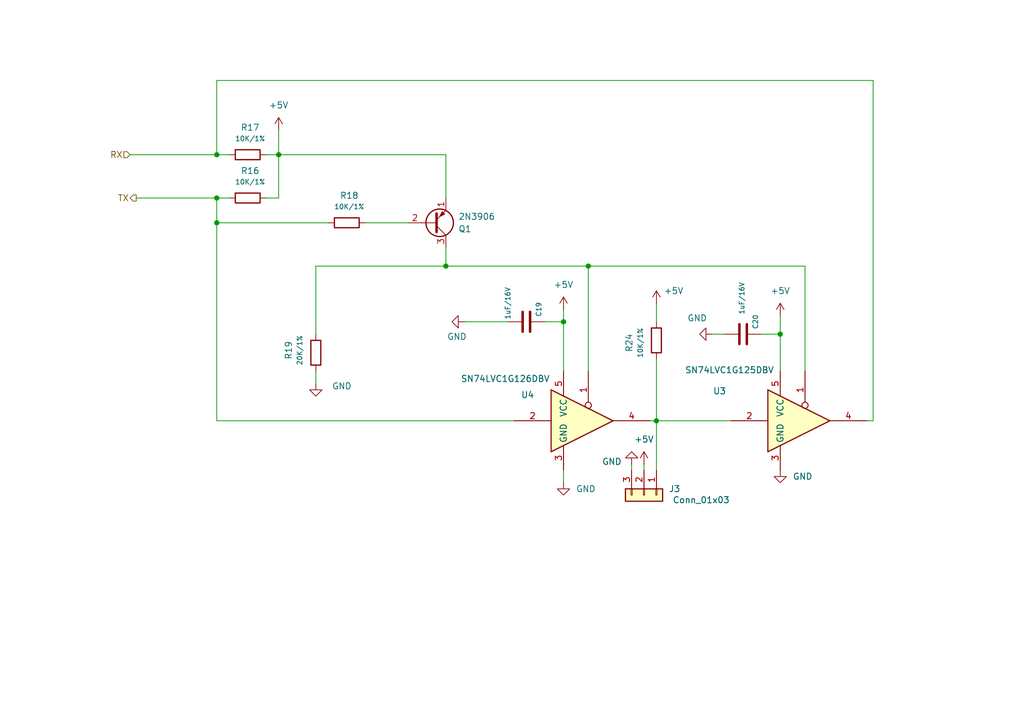
<source format=kicad_sch>
(kicad_sch (version 20250114) (generator "eeschema") (generator_version "9.0")
  (paper "A5")
  (lib_symbols
    (symbol "74xGxx:SN74LVC1G125DBV"
      (property "Reference" "U" (at -10.16 7.62 0))
      (property "Value" "SN74LVC1G125DBV" (at 2.54 -7.62 0))
      (symbol "SN74LVC1G125DBV_0_1"
        (polyline (pts (xy -7.62 6.35) (xy -7.62 -6.35) (xy 5.08 0) (xy -7.62 6.35)) (stroke (width 0.254)) (fill (type background)))
      )
      (symbol "SN74LVC1G125DBV_1_1"
        (pin input line (at -15.24 0 0) (length 7.62) (name "~") (number "2"))
        (pin power_in line (at -5.08 10.16 270) (length 5.08) (name "VCC") (number "5"))
        (pin power_in line (at -5.08 -10.16 90) (length 5.08) (name "GND") (number "3"))
        (pin input inverted (at 0 10.16 270) (length 7.62) (name "~") (number "1"))
        (pin tri_state line (at 12.7 0 180) (length 7.62) (name "~") (number "4"))
      )
    )
    (symbol "Connector_Generic:Conn_01x03" (pin_names (offset 1.016) (hide yes))
      (property "Reference" "J" (at 0 5.08 0))
      (property "Value" "Conn_01x03" (at 0 -5.08 0))
      (symbol "Conn_01x03_1_1"
        (rectangle (start -1.27 3.81) (end 1.27 -3.81) (stroke (width 0.254)) (fill (type background)))
        (rectangle (start -1.27 2.667) (end 0 2.413) (stroke (width 0.1524)))
        (rectangle (start -1.27 0.127) (end 0 -0.127) (stroke (width 0.1524)))
        (rectangle (start -1.27 -2.413) (end 0 -2.667) (stroke (width 0.1524)))
        (pin passive line (at -5.08 2.54 0) (length 3.81) (name "Pin_1") (number "1"))
        (pin passive line (at -5.08 0 0) (length 3.81) (name "Pin_2") (number "2"))
        (pin passive line (at -5.08 -2.54 0) (length 3.81) (name "Pin_3") (number "3"))
      )
    )
    (symbol "Device:C" (pin_numbers (hide yes)) (pin_names (offset 0.254))
      (property "Reference" "C" (at 0.635 2.54 0))
      (property "Value" "C" (at 0.635 -2.54 0))
      (symbol "C_0_1"
        (polyline (pts (xy -2.032 0.762) (xy 2.032 0.762)) (stroke (width 0.508)))
        (polyline (pts (xy -2.032 -0.762) (xy 2.032 -0.762)) (stroke (width 0.508)))
      )
      (symbol "C_1_1"
        (pin passive line (at 0 3.81 270) (length 2.794) (name "~") (number "1"))
        (pin passive line (at 0 -3.81 90) (length 2.794) (name "~") (number "2"))
      )
    )
    (symbol "Device:R" (pin_numbers (hide yes)) (pin_names (offset 0))
      (property "Reference" "R" (at 2.032 0 90))
      (property "Value" "R" (at 0 0 90))
      (symbol "R_0_1"
        (rectangle (start -1.016 -2.54) (end 1.016 2.54) (stroke (width 0.254)))
      )
      (symbol "R_1_1"
        (pin passive line (at 0 3.81 270) (length 1.27) (name "~") (number "1"))
        (pin passive line (at 0 -3.81 90) (length 1.27) (name "~") (number "2"))
      )
    )
    (symbol "Transistor_BJT:2N3906" (pin_names (offset 0) (hide yes))
      (property "Reference" "Q" (at 5.08 1.905 0))
      (property "Value" "2N3906" (at 5.08 0 0))
      (symbol "2N3906_0_1"
        (polyline (pts (xy -2.54 0) (xy 0.635 0)))
        (polyline (pts (xy 0.635 1.905) (xy 0.635 -1.905)) (stroke (width 0.508)))
        (polyline (pts (xy 0.635 0.635) (xy 2.54 2.54)))
        (polyline (pts (xy 0.635 -0.635) (xy 2.54 -2.54)))
        (circle (center 1.27 0) (radius 2.8194) (stroke (width 0.254)))
        (polyline (pts (xy 2.286 -1.778) (xy 1.778 -2.286) (xy 1.27 -1.27) (xy 2.286 -1.778)) (fill (type outline)))
      )
      (symbol "2N3906_1_1"
        (pin input line (at -5.08 0 0) (length 2.54) (name "B") (number "2"))
        (pin passive line (at 2.54 5.08 270) (length 2.54) (name "C") (number "3"))
        (pin passive line (at 2.54 -5.08 90) (length 2.54) (name "E") (number "1"))
      )
    )
    (symbol "power:+5V" (power) (pin_numbers (hide yes)) (pin_names (offset 0) (hide yes))
      (property "Value" "+5V" (at 0 3.556 0))
      (symbol "+5V_0_1"
        (polyline (pts (xy -0.762 1.27) (xy 0 2.54)))
        (polyline (pts (xy 0 2.54) (xy 0.762 1.27)))
        (polyline (pts (xy 0 0) (xy 0 2.54)))
      )
      (symbol "+5V_1_1"
        (pin power_in line (at 0 0 90) (length 0) (name "~") (number "1"))
      )
    )
    (symbol "power:GND" (power) (pin_numbers (hide yes)) (pin_names (offset 0) (hide yes))
      (property "Value" "GND" (at 0 -3.81 0))
      (symbol "GND_0_1"
        (polyline (pts (xy 0 0) (xy 0 -1.27) (xy 1.27 -1.27) (xy 0 -2.54) (xy -1.27 -1.27) (xy 0 -1.27)))
      )
      (symbol "GND_1_1"
        (pin power_in line (at 0 0 270) (length 0) (name "~") (number "1"))
      )
    )
  )
  (junction (at 134.62 86.36))
  (junction (at 57.15 31.75))
  (junction (at 91.44 54.61))
  (junction (at 44.45 40.64))
  (junction (at 115.57 66.04))
  (junction (at 44.45 31.75))
  (junction (at 160.02 68.58))
  (junction (at 120.65 54.61))
  (junction (at 44.45 45.72))
  (wire (pts (xy 44.45 40.64) (xy 44.45 45.72)))
  (wire (pts (xy 160.02 68.58) (xy 160.02 76.2)))
  (wire (pts (xy 179.07 16.51) (xy 179.07 86.36)))
  (wire (pts (xy 120.65 54.61) (xy 165.1 54.61)))
  (wire (pts (xy 115.57 63.5) (xy 115.57 66.04)))
  (wire (pts (xy 57.15 31.75) (xy 91.44 31.75)))
  (wire (pts (xy 54.61 40.64) (xy 57.15 40.64)))
  (wire (pts (xy 134.62 66.04) (xy 134.62 62.23)))
  (wire (pts (xy 44.45 45.72) (xy 44.45 86.36)))
  (wire (pts (xy 165.1 76.2) (xy 165.1 54.61)))
  (wire (pts (xy 115.57 66.04) (xy 115.57 76.2)))
  (wire (pts (xy 91.44 40.64) (xy 91.44 31.75)))
  (wire (pts (xy 57.15 31.75) (xy 57.15 40.64)))
  (wire (pts (xy 133.35 86.36) (xy 134.62 86.36)))
  (wire (pts (xy 115.57 99.06) (xy 115.57 96.52)))
  (wire (pts (xy 91.44 50.8) (xy 91.44 54.61)))
  (wire (pts (xy 148.59 68.58) (xy 146.05 68.58)))
  (wire (pts (xy 111.76 66.04) (xy 115.57 66.04)))
  (wire (pts (xy 27.94 40.64) (xy 44.45 40.64)))
  (wire (pts (xy 129.54 95.25) (xy 129.54 96.52)))
  (wire (pts (xy 120.65 54.61) (xy 120.65 76.2)))
  (wire (pts (xy 91.44 54.61) (xy 120.65 54.61)))
  (wire (pts (xy 105.41 86.36) (xy 44.45 86.36)))
  (wire (pts (xy 44.45 40.64) (xy 46.99 40.64)))
  (wire (pts (xy 134.62 86.36) (xy 134.62 96.52)))
  (wire (pts (xy 57.15 26.67) (xy 57.15 31.75)))
  (wire (pts (xy 26.67 31.75) (xy 44.45 31.75)))
  (wire (pts (xy 74.93 45.72) (xy 83.82 45.72)))
  (wire (pts (xy 134.62 86.36) (xy 149.86 86.36)))
  (wire (pts (xy 67.31 45.72) (xy 44.45 45.72)))
  (wire (pts (xy 179.07 16.51) (xy 44.45 16.51)))
  (wire (pts (xy 64.77 54.61) (xy 64.77 68.58)))
  (wire (pts (xy 132.08 95.25) (xy 132.08 96.52)))
  (wire (pts (xy 57.15 31.75) (xy 54.61 31.75)))
  (wire (pts (xy 156.21 68.58) (xy 160.02 68.58)))
  (wire (pts (xy 44.45 16.51) (xy 44.45 31.75)))
  (wire (pts (xy 64.77 54.61) (xy 91.44 54.61)))
  (wire (pts (xy 179.07 86.36) (xy 177.8 86.36)))
  (wire (pts (xy 95.25 66.04) (xy 104.14 66.04)))
  (wire (pts (xy 134.62 73.66) (xy 134.62 86.36)))
  (wire (pts (xy 44.45 31.75) (xy 46.99 31.75)))
  (wire (pts (xy 64.77 76.2) (xy 64.77 78.74)))
  (wire (pts (xy 160.02 64.77) (xy 160.02 68.58)))
  (hierarchical_label "RX" (shape input) (at 26.67 31.75 180))
  (hierarchical_label "TX" (shape output) (at 27.94 40.64 180))
  (symbol (lib_id "74xGxx:SN74LVC1G125DBV") (at 120.65 86.36 0) (unit 1)
    (property "Reference" "U4" (at 108.204 81.026 0))
    (property "Value" "SN74LVC1G126DBV" (at 103.632 77.724 0))
    (property "Footprint" "Package_TO_SOT_SMD:SOT-23-5" (effects (hide yes)))
    (property "Datasheet" "http://www.ti.com/lit/ds/symlink/sn74lvc1g125.pdf" (effects (hide yes)))
    (property "Description" "Single Buffer Gate Tri-State, Low-Voltage CMOS, SOT-23-5" (effects (hide yes)))
  )
  (symbol (lib_id "power:+5V") (at 160.02 64.77 0) (unit 1)
    (property "Reference" "#PWR028" (effects (hide yes)))
    (property "Value" "+5V" (at 160.02 59.69 0))
  )
  (symbol (lib_id "power:+5V") (at 115.57 63.5 0) (unit 1)
    (property "Reference" "#PWR027" (effects (hide yes)))
    (property "Value" "+5V" (at 115.57 58.42 0))
  )
  (symbol (lib_id "74xGxx:SN74LVC1G125DBV") (at 165.1 86.36 0) (unit 1)
    (property "Reference" "U3" (at 147.574 80.264 0))
    (property "Value" "SN74LVC1G125DBV" (at 149.606 75.946 0))
    (property "Footprint" "Package_TO_SOT_SMD:SOT-23-5" (effects (hide yes)))
    (property "Datasheet" "http://www.ti.com/lit/ds/symlink/sn74lvc1g125.pdf" (effects (hide yes)))
    (property "Description" "Single Buffer Gate Tri-State, Low-Voltage CMOS, SOT-23-5" (effects (hide yes)))
  )
  (symbol (lib_id "Device:R") (at 50.8 31.75 270) (unit 1)
    (property "Reference" "R17" (at 51.308 26.162 90))
    (property "Value" "10K/1%" (at 51.308 28.448 90) (effects (font (size 1 1))))
    (property "Footprint" "A_HDJ_Library:R_0402_1005Metric" (effects (hide yes)))
  )
  (symbol (lib_id "Transistor_BJT:2N3906") (at 88.9 45.72 0) (mirror x) (unit 1)
    (property "Reference" "Q1" (at 93.98 46.9901 0) (effects (justify left)))
    (property "Value" "2N3906" (at 93.98 44.4501 0) (effects (justify left)))
    (property "Footprint" "Package_TO_SOT_THT:TO-92_Inline" (effects (hide yes)))
    (property "Datasheet" "https://www.onsemi.com/pub/Collateral/2N3906-D.PDF" (effects (hide yes)))
    (property "Description" "-0.2A Ic, -40V Vce, Small Signal PNP Transistor, TO-92" (effects (hide yes)))
  )
  (symbol (lib_id "power:GND") (at 115.57 99.06 0) (unit 1)
    (property "Reference" "#PWR023" (effects (hide yes)))
    (property "Value" "GND" (at 118.11 100.3299 0) (effects (justify left)))
  )
  (symbol (lib_id "Device:C") (at 107.95 66.04 90) (unit 1)
    (property "Reference" "C19" (at 110.49 63.5 0) (effects (font (size 1 1))))
    (property "Value" "1uF/16V" (at 104.14 62.23 0) (effects (font (size 1 1))))
    (property "Footprint" "A_HDJ_Library:C_0402_1005Metric" (effects (hide yes)))
    (property "SCH_Show_Footprint" "C0402" (effects (hide yes)))
  )
  (symbol (lib_id "Connector_Generic:Conn_01x03") (at 132.08 101.6 270) (unit 1)
    (property "Reference" "J3" (at 137.16 100.3299 90) (effects (justify left)))
    (property "Value" "Conn_01x03" (at 137.922 102.616 90) (effects (justify left)))
    (property "Footprint" "A_HDJ_Library:PinHeader_1x03_P2.54mm_Vertical" (effects (hide yes)))
    (property "Description" "Generic connector, single row, 01x03, script generated (kicad-library-utils/schlib/autogen/connector/)" (effects (hide yes)))
  )
  (symbol (lib_id "power:+5V") (at 57.15 26.67 0) (unit 1)
    (property "Reference" "#PWR020" (effects (hide yes)))
    (property "Value" "+5V" (at 57.15 21.59 0))
  )
  (symbol (lib_id "power:GND") (at 129.54 95.25 0) (mirror x) (unit 1)
    (property "Reference" "#PWR029" (effects (hide yes)))
    (property "Value" "GND" (at 123.444 94.742 0) (effects (justify left)))
  )
  (symbol (lib_id "power:GND") (at 160.02 96.52 0) (unit 1)
    (property "Reference" "#PWR024" (effects (hide yes)))
    (property "Value" "GND" (at 162.56 97.7899 0) (effects (justify left)))
  )
  (symbol (lib_id "power:+5V") (at 134.62 62.23 0) (unit 1)
    (property "Reference" "#PWR022" (effects (hide yes)))
    (property "Value" "+5V" (at 138.176 59.69 0))
  )
  (symbol (lib_id "power:GND") (at 146.05 68.58 270) (unit 1)
    (property "Reference" "#PWR026" (effects (hide yes)))
    (property "Value" "GND" (at 145.034 65.278 90) (effects (justify right)))
  )
  (symbol (lib_id "power:GND") (at 64.77 78.74 0) (unit 1)
    (property "Reference" "#PWR021" (effects (hide yes)))
    (property "Value" "GND" (at 68.072 79.248 0) (effects (justify left)))
  )
  (symbol (lib_id "power:+5V") (at 132.08 95.25 0) (unit 1)
    (property "Reference" "#PWR030" (effects (hide yes)))
    (property "Value" "+5V" (at 132.08 90.17 0))
  )
  (symbol (lib_id "Device:R") (at 64.77 72.39 0) (unit 1)
    (property "Reference" "R19" (at 59.182 71.882 90))
    (property "Value" "20K/1%" (at 61.468 71.882 90) (effects (font (size 1 1))))
    (property "Footprint" "A_HDJ_Library:R_0402_1005Metric" (effects (hide yes)))
  )
  (symbol (lib_id "Device:R") (at 71.12 45.72 270) (unit 1)
    (property "Reference" "R18" (at 71.628 40.132 90))
    (property "Value" "10K/1%" (at 71.628 42.418 90) (effects (font (size 1 1))))
    (property "Footprint" "A_HDJ_Library:R_0402_1005Metric" (effects (hide yes)))
  )
  (symbol (lib_id "power:GND") (at 95.25 66.04 270) (mirror x) (unit 1)
    (property "Reference" "#PWR025" (effects (hide yes)))
    (property "Value" "GND" (at 95.758 69.088 90) (effects (justify right)))
  )
  (symbol (lib_id "Device:R") (at 134.62 69.85 0) (mirror x) (unit 1)
    (property "Reference" "R24" (at 129.032 70.358 90))
    (property "Value" "10K/1%" (at 131.318 70.358 90) (effects (font (size 1 1))))
    (property "Footprint" "A_HDJ_Library:R_0402_1005Metric" (effects (hide yes)))
  )
  (symbol (lib_id "Device:C") (at 152.4 68.58 90) (unit 1)
    (property "Reference" "C20" (at 154.94 66.04 0) (effects (font (size 1 1))))
    (property "Value" "1uF/16V" (at 152.146 61.214 0) (effects (font (size 1 1))))
    (property "Footprint" "A_HDJ_Library:C_0402_1005Metric" (effects (hide yes)))
    (property "SCH_Show_Footprint" "C0402" (effects (hide yes)))
  )
  (symbol (lib_id "Device:R") (at 50.8 40.64 270) (unit 1)
    (property "Reference" "R16" (at 51.308 35.052 90))
    (property "Value" "10K/1%" (at 51.308 37.338 90) (effects (font (size 1 1))))
    (property "Footprint" "A_HDJ_Library:R_0402_1005Metric" (effects (hide yes)))
  )
)
</source>
